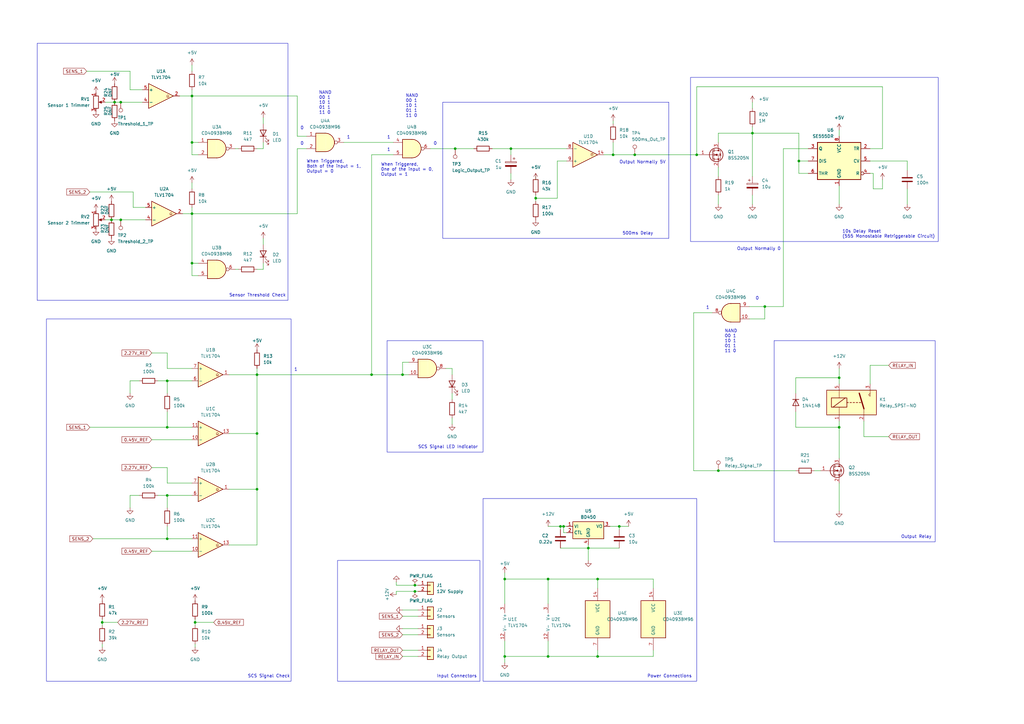
<source format=kicad_sch>
(kicad_sch (version 20250114) (generator "eeschema") (generator_version "9.0")
  (paper "A3")
  (title_block (title "BSPD") (date "2024-06-09") (rev "V4.0") (company "Manchester Stinger Motorsports"))
  (lib_symbols
    (symbol "74xx:74HC00" (pin_names (offset 1.016))
      (property "Reference" "U" (at 0 1.27 0))
      (property "Value" "74HC00" (at 0 -1.27 0))
      (symbol "74HC00_1_1"
        (pin input line (at -7.62 2.54 0) (length 3.81) (name "~") (number "1"))
        (pin input line (at -7.62 -2.54 0) (length 3.81) (name "~") (number "2"))
        (pin output inverted (at 7.62 0 180) (length 3.81) (name "~") (number "3"))
      )
      (symbol "74HC00_1_2"
        (pin input inverted (at -7.62 2.54 0) (length 4.318) (name "~") (number "1"))
        (pin input inverted (at -7.62 -2.54 0) (length 4.318) (name "~") (number "2"))
        (pin output line (at 7.62 0 180) (length 3.81) (name "~") (number "3"))
      )
      (symbol "74HC00_2_1"
        (pin input line (at -7.62 2.54 0) (length 3.81) (name "~") (number "4"))
        (pin input line (at -7.62 -2.54 0) (length 3.81) (name "~") (number "5"))
        (pin output inverted (at 7.62 0 180) (length 3.81) (name "~") (number "6"))
      )
      (symbol "74HC00_2_2"
        (pin input inverted (at -7.62 2.54 0) (length 4.318) (name "~") (number "4"))
        (pin input inverted (at -7.62 -2.54 0) (length 4.318) (name "~") (number "5"))
        (pin output line (at 7.62 0 180) (length 3.81) (name "~") (number "6"))
      )
      (symbol "74HC00_3_1"
        (pin input line (at -7.62 2.54 0) (length 3.81) (name "~") (number "9"))
        (pin input line (at -7.62 -2.54 0) (length 3.81) (name "~") (number "10"))
        (pin output inverted (at 7.62 0 180) (length 3.81) (name "~") (number "8"))
      )
      (symbol "74HC00_3_2"
        (pin input inverted (at -7.62 2.54 0) (length 4.318) (name "~") (number "9"))
        (pin input inverted (at -7.62 -2.54 0) (length 4.318) (name "~") (number "10"))
        (pin output line (at 7.62 0 180) (length 3.81) (name "~") (number "8"))
      )
      (symbol "74HC00_4_1"
        (pin input line (at -7.62 2.54 0) (length 3.81) (name "~") (number "12"))
        (pin input line (at -7.62 -2.54 0) (length 3.81) (name "~") (number "13"))
        (pin output inverted (at 7.62 0 180) (length 3.81) (name "~") (number "11"))
      )
      (symbol "74HC00_4_2"
        (pin input inverted (at -7.62 2.54 0) (length 4.318) (name "~") (number "12"))
        (pin input inverted (at -7.62 -2.54 0) (length 4.318) (name "~") (number "13"))
        (pin output line (at 7.62 0 180) (length 3.81) (name "~") (number "11"))
      )
      (symbol "74HC00_5_0"
        (pin power_in line (at 0 12.7 270) (length 5.08) (name "VCC") (number "14"))
        (pin power_in line (at 0 -12.7 90) (length 5.08) (name "GND") (number "7"))
      )
    )
    (symbol "Comparator:LM339" (pin_names (offset 0.127))
      (property "Reference" "U" (at 0 5.08 0))
      (property "Value" "LM339" (at 0 -5.08 0))
      (symbol "LM339_1_1"
        (pin input line (at -7.62 2.54 0) (length 2.54) (name "+") (number "5"))
        (pin input line (at -7.62 -2.54 0) (length 2.54) (name "-") (number "4"))
        (pin open_collector line (at 7.62 0 180) (length 2.54) (name "~") (number "2"))
      )
      (symbol "LM339_2_1"
        (pin input line (at -7.62 2.54 0) (length 2.54) (name "+") (number "7"))
        (pin input line (at -7.62 -2.54 0) (length 2.54) (name "-") (number "6"))
        (pin open_collector line (at 7.62 0 180) (length 2.54) (name "~") (number "1"))
      )
      (symbol "LM339_3_1"
        (pin input line (at -7.62 2.54 0) (length 2.54) (name "+") (number "11"))
        (pin input line (at -7.62 -2.54 0) (length 2.54) (name "-") (number "10"))
        (pin open_collector line (at 7.62 0 180) (length 2.54) (name "~") (number "13"))
      )
      (symbol "LM339_4_1"
        (pin input line (at -7.62 2.54 0) (length 2.54) (name "+") (number "9"))
        (pin input line (at -7.62 -2.54 0) (length 2.54) (name "-") (number "8"))
        (pin open_collector line (at 7.62 0 180) (length 2.54) (name "~") (number "14"))
      )
      (symbol "LM339_5_1"
        (pin power_in line (at -2.54 7.62 270) (length 3.81) (name "V+") (number "3"))
        (pin power_in line (at -2.54 -7.62 90) (length 3.81) (name "V-") (number "12"))
      )
    )
    (symbol "Connector:TestPoint" (pin_numbers (hide yes)) (pin_names (offset 0.762) (hide yes))
      (property "Reference" "TP" (at 0 6.858 0))
      (property "Value" "TestPoint" (at 0 5.08 0))
      (symbol "TestPoint_1_1"
        (pin passive line (at 0 0 90) (length 2.54) (name "1") (number "1"))
      )
    )
    (symbol "Connector_Generic:Conn_01x02" (pin_names (offset 1.016) (hide yes))
      (property "Reference" "J" (at 0 2.54 0))
      (property "Value" "Conn_01x02" (at 0 -5.08 0))
      (symbol "Conn_01x02_1_1"
        (pin passive line (at -5.08 0 0) (length 3.81) (name "Pin_1") (number "1"))
        (pin passive line (at -5.08 -2.54 0) (length 3.81) (name "Pin_2") (number "2"))
      )
    )
    (symbol "Custom_MSM:MOSFET_N-CH" (pin_names (offset 0) (hide yes))
      (property "Reference" "Q" (at 5.08 1.905 0))
      (property "Value" "BSS205N" (at 5.08 0 0))
      (symbol "MOSFET_N-CH_1_1"
        (pin input line (at -5.08 0 0) (length 2.54) (name "G") (number "1"))
        (pin passive line (at 2.54 5.08 270) (length 2.54) (name "D") (number "3"))
        (pin passive line (at 2.54 -5.08 90) (length 2.54) (name "S") (number "2"))
      )
    )
    (symbol "Custom_MSM:Regulator_Linear_5V"
      (property "Reference" "U" (at -6.35 6.35 0))
      (property "Value" "BD450" (at -6.35 3.81 0))
      (symbol "Regulator_Linear_5V_1_1"
        (pin power_in line (at -8.89 0 0) (length 2.54) (name "VI") (number "1"))
        (pin power_in line (at -8.89 -2.54 0) (length 2.54) (name "CTL") (number "2"))
        (pin power_in line (at 0 -7.62 90) (length 2.54) (name "GND") (number "4"))
        (pin power_out line (at 8.89 0 180) (length 2.54) (name "VO") (number "3"))
      )
    )
    (symbol "Device:C" (pin_numbers (hide yes)) (pin_names (offset 0.254))
      (property "Reference" "C" (at 0.635 2.54 0))
      (property "Value" "C" (at 0.635 -2.54 0))
      (symbol "C_1_1"
        (pin passive line (at 0 3.81 270) (length 2.794) (name "~") (number "1"))
        (pin passive line (at 0 -3.81 90) (length 2.794) (name "~") (number "2"))
      )
    )
    (symbol "Device:C_Polarized" (pin_numbers (hide yes)) (pin_names (offset 0.254))
      (property "Reference" "C" (at 0.635 2.54 0))
      (property "Value" "C_Polarized" (at 0.635 -2.54 0))
      (symbol "C_Polarized_1_1"
        (pin passive line (at 0 3.81 270) (length 2.794) (name "~") (number "1"))
        (pin passive line (at 0 -3.81 90) (length 2.794) (name "~") (number "2"))
      )
    )
    (symbol "Device:LED" (pin_numbers (hide yes)) (pin_names (offset 1.016) (hide yes))
      (property "Reference" "D" (at 0 2.54 0))
      (property "Value" "LED" (at 0 -2.54 0))
      (symbol "LED_1_1"
        (pin passive line (at -3.81 0 0) (length 2.54) (name "K") (number "1"))
        (pin passive line (at 3.81 0 180) (length 2.54) (name "A") (number "2"))
      )
    )
    (symbol "Device:R" (pin_numbers (hide yes)) (pin_names (offset 0))
      (property "Reference" "R" (at 2.032 0 90))
      (property "Value" "R" (at 0 0 90))
      (symbol "R_1_1"
        (pin passive line (at 0 3.81 270) (length 1.27) (name "~") (number "1"))
        (pin passive line (at 0 -3.81 90) (length 1.27) (name "~") (number "2"))
      )
    )
    (symbol "Device:R_Potentiometer" (pin_names (offset 1.016) (hide yes))
      (property "Reference" "RV" (at -4.445 0 90))
      (property "Value" "R_Potentiometer" (at -2.54 0 90))
      (symbol "R_Potentiometer_1_1"
        (pin passive line (at 0 3.81 270) (length 1.27) (name "1") (number "1"))
        (pin passive line (at 0 -3.81 90) (length 1.27) (name "3") (number "3"))
        (pin passive line (at 3.81 0 180) (length 1.27) (name "2") (number "2"))
      )
    )
    (symbol "Diode:1N4148" (pin_numbers (hide yes)) (pin_names (hide yes))
      (property "Reference" "D" (at 0 2.54 0))
      (property "Value" "1N4148" (at 0 -2.54 0))
      (symbol "1N4148_1_1"
        (pin passive line (at -3.81 0 0) (length 2.54) (name "K") (number "1"))
        (pin passive line (at 3.81 0 180) (length 2.54) (name "A") (number "2"))
      )
    )
    (symbol "Relay:Relay_SPST-NO"
      (property "Reference" "K1" (at 11.43 1.27 0))
      (property "Value" "Relay_SPST-NO" (at 11.43 -1.27 0))
      (symbol "Relay_SPST-NO_1_1"
        (pin passive line (at -5.08 7.62 270) (length 2.54) (name "~") (number "5"))
        (pin passive line (at -5.08 -7.62 90) (length 2.54) (name "~") (number "1"))
        (pin passive line (at 5.08 -7.62 90) (length 2.54) (name "~") (number "2"))
        (pin passive line (at 7.62 7.62 270) (length 2.54) (name "~") (number "3"))
      )
    )
    (symbol "Timer:LM555xN"
      (property "Reference" "U" (at -10.16 8.89 0))
      (property "Value" "LM555xN" (at 2.54 8.89 0))
      (symbol "LM555xN_0_0"
        (pin power_in line (at 0 10.16 270) (length 2.54) (name "VCC") (number "8"))
        (pin power_in line (at 0 -10.16 90) (length 2.54) (name "GND") (number "1"))
      )
      (symbol "LM555xN_1_1"
        (pin input line (at -12.7 5.08 0) (length 3.81) (name "TR") (number "2"))
        (pin input line (at -12.7 0 0) (length 3.81) (name "CV") (number "5"))
        (pin input inverted (at -12.7 -5.08 0) (length 3.81) (name "R") (number "4"))
        (pin output line (at 12.7 5.08 180) (length 3.81) (name "Q") (number "3"))
        (pin input line (at 12.7 0 180) (length 3.81) (name "DIS") (number "7"))
        (pin input line (at 12.7 -5.08 180) (length 3.81) (name "THR") (number "6"))
      )
    )
    (symbol "power:+12V" (power) (pin_names (offset 0))
      (property "Value" "+12V" (at 0 3.556 0))
      (symbol "+12V_1_1"
        (pin power_in line (at 0 0 90) (length 0) (hide yes) (name "+12V") (number "1"))
      )
    )
    (symbol "power:+5V" (power) (pin_names (offset 0))
      (property "Value" "+5V" (at 0 3.556 0))
      (symbol "+5V_1_1"
        (pin power_in line (at 0 0 90) (length 0) (hide yes) (name "+5V") (number "1"))
      )
    )
    (symbol "power:GND" (power) (pin_names (offset 0))
      (property "Value" "GND" (at 0 -3.81 0))
      (symbol "GND_1_1"
        (pin power_in line (at 0 0 270) (length 0) (hide yes) (name "GND") (number "1"))
      )
    )
    (symbol "power:PWR_FLAG" (power) (pin_numbers (hide yes)) (pin_names (offset 0) (hide yes))
      (property "Value" "PWR_FLAG" (at 0 3.81 0))
      (symbol "PWR_FLAG_0_0"
        (pin power_out line (at 0 0 90) (length 0) (name "pwr") (number "1"))
      )
    )
  )
  (rectangle (start 19.05 130.81) (end 119.38 279.4))
  (rectangle (start 138.43 229.87) (end 196.85 279.4))
  (rectangle (start 317.5 139.7) (end 383.54 222.25))
  (rectangle (start 283.21 31.75) (end 384.81 99.06))
  (rectangle (start 15.24 17.78) (end 118.11 123.19))
  (rectangle (start 198.12 204.47) (end 285.75 279.4))
  (rectangle (start 181.61 41.91) (end 274.32 97.79))
  (rectangle (start 158.75 139.7) (end 198.12 185.42))
  (text "SCS Signal Check" (at 101.6 278.13 0) (effects (font (size 1.27 1.27)) (justify left bottom)))
  (text "0" (at 177.8 59.69 0) (effects (font (size 1.27 1.27)) (justify left bottom)))
  (text "1" (at 142.24 57.15 0) (effects (font (size 1.27 1.27)) (justify left bottom)))
  (text "When Triggered, \nBoth of the input = 1, \nOutput = 0\n" (at 125.73 71.12 0) (effects (font (size 1.27 1.27)) (justify left bottom)))
  (text "500ms Delay" (at 255.27 96.52 0) (effects (font (size 1.27 1.27)) (justify left bottom)))
  (text "Output Relay" (at 369.57 220.98 0) (effects (font (size 1.27 1.27)) (justify left bottom)))
  (text "0" (at 123.19 59.69 0) (effects (font (size 1.27 1.27)) (justify left bottom)))
  (text "SCS Signal LED Indicator" (at 171.45 184.15 0) (effects (font (size 1.27 1.27)) (justify left bottom)))
  (text "1" (at 158.75 57.15 0) (effects (font (size 1.27 1.27)) (justify left bottom)))
  (text "Power Connections" (at 265.43 278.13 0) (effects (font (size 1.27 1.27)) (justify left bottom)))
  (text "NAND\n00 1\n10 1\n01 1\n11 0\n" (at 130.81 46.99 0) (effects (font (size 1.27 1.27)) (justify left bottom)))
  (text "Sensor Threshold Check" (at 93.98 121.92 0) (effects (font (size 1.27 1.27)) (justify left bottom)))
  (text "0" (at 309.88 123.19 0) (effects (font (size 1.27 1.27)) (justify left bottom)))
  (text "NAND\n00 1\n10 1\n01 1\n11 0\n" (at 297.18 144.78 0) (effects (font (size 1.27 1.27)) (justify left bottom)))
  (text "1" (at 120.65 152.4 0) (effects (font (size 1.27 1.27)) (justify left bottom)))
  (text "Output Normally 5V" (at 254 67.31 0) (effects (font (size 1.27 1.27)) (justify left bottom)))
  (text "Input Connectors\n" (at 179.07 278.13 0) (effects (font (size 1.27 1.27)) (justify left bottom)))
  (text "When Triggered, \n0ne of the input = 0, \nOutput = 1\n" (at 156.21 72.39 0) (effects (font (size 1.27 1.27)) (justify left bottom)))
  (text "10s Delay Reset\n(555 Monostable Retriggerable Circuit)" (at 345.44 97.79 0) (effects (font (size 1.27 1.27)) (justify left bottom)))
  (text "Output Normally 0" (at 302.26 102.87 0) (effects (font (size 1.27 1.27)) (justify left bottom)))
  (text "1" (at 289.56 127 0) (effects (font (size 1.27 1.27)) (justify left bottom)))
  (text "NAND\n00 1\n10 1\n01 1\n11 0\n" (at 166.37 48.26 0) (effects (font (size 1.27 1.27)) (justify left bottom)))
  (text "1" (at 158.75 62.23 0) (effects (font (size 1.27 1.27)) (justify left bottom)))
  (text "0" (at 123.19 53.34 0) (effects (font (size 1.27 1.27)) (justify left bottom)))
  (junction (at 294.64 193.04))
  (junction (at 245.11 269.24))
  (junction (at 219.71 81.28))
  (junction (at 170.18 240.03))
  (junction (at 209.55 60.96))
  (junction (at 186.69 60.96))
  (junction (at 344.17 175.26))
  (junction (at 245.11 237.49))
  (junction (at 78.74 39.37))
  (junction (at 105.41 153.67))
  (junction (at 327.66 66.04))
  (junction (at 105.41 200.66))
  (junction (at 78.74 87.63))
  (junction (at 68.58 175.26))
  (junction (at 68.58 156.21))
  (junction (at 207.01 269.24))
  (junction (at 224.79 269.24))
  (junction (at 78.74 58.42))
  (junction (at 41.91 255.27))
  (junction (at 207.01 237.49))
  (junction (at 251.46 63.5))
  (junction (at 78.74 107.95))
  (junction (at 45.72 90.17))
  (junction (at 308.61 54.61))
  (junction (at 68.58 220.98))
  (junction (at 229.87 215.9))
  (junction (at 231.14 215.9))
  (junction (at 313.69 125.73))
  (junction (at 224.79 237.49))
  (junction (at 46.99 41.91))
  (junction (at 165.1 153.67))
  (junction (at 49.53 41.91))
  (junction (at 80.01 255.27))
  (junction (at 152.4 153.67))
  (junction (at 254 215.9))
  (junction (at 260.35 63.5))
  (junction (at 49.53 90.17))
  (junction (at 170.18 242.57))
  (junction (at 241.3 224.79))
  (junction (at 285.75 63.5))
  (junction (at 344.17 154.94))
  (junction (at 68.58 203.2))
  (junction (at 105.41 177.8))
  (wire (pts (xy 358.14 71.12) (xy 356.87 71.12)))
  (wire (pts (xy 228.6 66.04) (xy 232.41 66.04)))
  (wire (pts (xy 68.58 191.77) (xy 62.23 191.77)))
  (wire (pts (xy 105.41 60.96) (xy 107.95 60.96)))
  (wire (pts (xy 308.61 54.61) (xy 308.61 72.39)))
  (wire (pts (xy 260.35 63.5) (xy 285.75 63.5)))
  (wire (pts (xy 285.75 35.56) (xy 285.75 63.5)))
  (wire (pts (xy 209.55 63.5) (xy 209.55 60.96)))
  (wire (pts (xy 207.01 269.24) (xy 207.01 262.89)))
  (wire (pts (xy 294.64 193.04) (xy 326.39 193.04)))
  (wire (pts (xy 185.42 151.13) (xy 185.42 153.67)))
  (wire (pts (xy 68.58 220.98) (xy 78.74 220.98)))
  (wire (pts (xy 121.92 55.88) (xy 125.73 55.88)))
  (wire (pts (xy 93.98 153.67) (xy 105.41 153.67)))
  (wire (pts (xy 78.74 39.37) (xy 78.74 58.42)))
  (wire (pts (xy 78.74 156.21) (xy 68.58 156.21)))
  (wire (pts (xy 78.74 74.93) (xy 78.74 77.47)))
  (wire (pts (xy 167.64 148.59) (xy 165.1 148.59)))
  (wire (pts (xy 326.39 168.91) (xy 326.39 175.26)))
  (wire (pts (xy 93.98 223.52) (xy 105.41 223.52)))
  (wire (pts (xy 313.69 125.73) (xy 313.69 130.81)))
  (wire (pts (xy 229.87 215.9) (xy 231.14 215.9)))
  (wire (pts (xy 358.14 77.47) (xy 358.14 71.12)))
  (wire (pts (xy 209.55 71.12) (xy 209.55 73.66)))
  (wire (pts (xy 245.11 237.49) (xy 245.11 241.3)))
  (wire (pts (xy 284.48 128.27) (xy 284.48 193.04)))
  (wire (pts (xy 344.17 55.88) (xy 344.17 53.34)))
  (wire (pts (xy 372.11 83.82) (xy 372.11 77.47)))
  (wire (pts (xy 68.58 198.12) (xy 78.74 198.12)))
  (wire (pts (xy 356.87 60.96) (xy 361.95 60.96)))
  (wire (pts (xy 327.66 66.04) (xy 331.47 66.04)))
  (wire (pts (xy 68.58 151.13) (xy 78.74 151.13)))
  (wire (pts (xy 74.93 87.63) (xy 78.74 87.63)))
  (wire (pts (xy 54.61 78.74) (xy 36.83 78.74)))
  (wire (pts (xy 285.75 63.5) (xy 287.02 63.5)))
  (wire (pts (xy 229.87 224.79) (xy 241.3 224.79)))
  (wire (pts (xy 170.18 242.57) (xy 171.45 242.57)))
  (wire (pts (xy 78.74 87.63) (xy 121.92 87.63)))
  (wire (pts (xy 78.74 39.37) (xy 78.74 36.83)))
  (wire (pts (xy 105.41 153.67) (xy 105.41 177.8)))
  (wire (pts (xy 62.23 180.34) (xy 78.74 180.34)))
  (wire (pts (xy 334.01 193.04) (xy 336.55 193.04)))
  (wire (pts (xy 185.42 163.83) (xy 185.42 161.29)))
  (wire (pts (xy 326.39 175.26) (xy 344.17 175.26)))
  (wire (pts (xy 284.48 193.04) (xy 294.64 193.04)))
  (wire (pts (xy 41.91 255.27) (xy 48.26 255.27)))
  (wire (pts (xy 331.47 71.12) (xy 327.66 71.12)))
  (wire (pts (xy 245.11 237.49) (xy 267.97 237.49)))
  (wire (pts (xy 219.71 80.01) (xy 219.71 81.28)))
  (wire (pts (xy 53.34 203.2) (xy 57.15 203.2)))
  (wire (pts (xy 107.95 60.96) (xy 107.95 58.42)))
  (wire (pts (xy 49.53 90.17) (xy 59.69 90.17)))
  (wire (pts (xy 294.64 58.42) (xy 294.64 54.61)))
  (wire (pts (xy 308.61 54.61) (xy 327.66 54.61)))
  (wire (pts (xy 78.74 58.42) (xy 78.74 63.5)))
  (wire (pts (xy 80.01 265.43) (xy 80.01 264.16)))
  (wire (pts (xy 68.58 208.28) (xy 68.58 203.2)))
  (wire (pts (xy 53.34 36.83) (xy 58.42 36.83)))
  (wire (pts (xy 107.95 48.26) (xy 107.95 50.8)))
  (wire (pts (xy 254 224.79) (xy 241.3 224.79)))
  (wire (pts (xy 308.61 41.91) (xy 308.61 44.45)))
  (wire (pts (xy 152.4 153.67) (xy 165.1 153.67)))
  (wire (pts (xy 68.58 156.21) (xy 64.77 156.21)))
  (wire (pts (xy 207.01 237.49) (xy 207.01 234.95)))
  (wire (pts (xy 186.69 60.96) (xy 194.31 60.96)))
  (wire (pts (xy 93.98 177.8) (xy 105.41 177.8)))
  (wire (pts (xy 344.17 175.26) (xy 344.17 187.96)))
  (wire (pts (xy 219.71 81.28) (xy 219.71 82.55)))
  (wire (pts (xy 247.65 63.5) (xy 251.46 63.5)))
  (wire (pts (xy 165.1 153.67) (xy 167.64 153.67)))
  (wire (pts (xy 224.79 262.89) (xy 224.79 269.24)))
  (wire (pts (xy 105.41 151.13) (xy 105.41 153.67)))
  (wire (pts (xy 209.55 60.96) (xy 232.41 60.96)))
  (wire (pts (xy 171.45 240.03) (xy 170.18 240.03)))
  (wire (pts (xy 326.39 154.94) (xy 344.17 154.94)))
  (wire (pts (xy 294.64 80.01) (xy 294.64 83.82)))
  (wire (pts (xy 152.4 63.5) (xy 152.4 153.67)))
  (wire (pts (xy 219.71 81.28) (xy 228.6 81.28)))
  (wire (pts (xy 121.92 39.37) (xy 121.92 55.88)))
  (wire (pts (xy 152.4 63.5) (xy 161.29 63.5)))
  (wire (pts (xy 284.48 128.27) (xy 292.1 128.27)))
  (wire (pts (xy 105.41 200.66) (xy 105.41 177.8)))
  (wire (pts (xy 121.92 60.96) (xy 125.73 60.96)))
  (wire (pts (xy 308.61 80.01) (xy 308.61 83.82)))
  (wire (pts (xy 41.91 254) (xy 41.91 255.27)))
  (wire (pts (xy 93.98 200.66) (xy 105.41 200.66)))
  (wire (pts (xy 62.23 226.06) (xy 78.74 226.06)))
  (wire (pts (xy 327.66 71.12) (xy 327.66 66.04)))
  (wire (pts (xy 267.97 237.49) (xy 267.97 241.3)))
  (wire (pts (xy 54.61 85.09) (xy 54.61 78.74)))
  (wire (pts (xy 321.31 60.96) (xy 331.47 60.96)))
  (wire (pts (xy 78.74 39.37) (xy 121.92 39.37)))
  (wire (pts (xy 176.53 60.96) (xy 186.69 60.96)))
  (wire (pts (xy 68.58 168.91) (xy 68.58 175.26)))
  (wire (pts (xy 245.11 269.24) (xy 245.11 266.7)))
  (wire (pts (xy 308.61 52.07) (xy 308.61 54.61)))
  (wire (pts (xy 96.52 110.49) (xy 97.79 110.49)))
  (wire (pts (xy 140.97 58.42) (xy 161.29 58.42)))
  (wire (pts (xy 68.58 156.21) (xy 68.58 161.29)))
  (wire (pts (xy 81.28 63.5) (xy 78.74 63.5)))
  (wire (pts (xy 105.41 223.52) (xy 105.41 200.66)))
  (wire (pts (xy 162.56 242.57) (xy 170.18 242.57)))
  (wire (pts (xy 361.95 77.47) (xy 358.14 77.47)))
  (wire (pts (xy 53.34 29.21) (xy 53.34 36.83)))
  (wire (pts (xy 267.97 269.24) (xy 267.97 266.7)))
  (wire (pts (xy 307.34 130.81) (xy 313.69 130.81)))
  (wire (pts (xy 182.88 151.13) (xy 185.42 151.13)))
  (wire (pts (xy 361.95 35.56) (xy 285.75 35.56)))
  (wire (pts (xy 307.34 125.73) (xy 313.69 125.73)))
  (wire (pts (xy 78.74 26.67) (xy 78.74 29.21)))
  (wire (pts (xy 245.11 269.24) (xy 267.97 269.24)))
  (wire (pts (xy 53.34 156.21) (xy 57.15 156.21)))
  (wire (pts (xy 107.95 110.49) (xy 107.95 107.95)))
  (wire (pts (xy 231.14 215.9) (xy 232.41 215.9)))
  (wire (pts (xy 372.11 69.85) (xy 372.11 66.04)))
  (wire (pts (xy 80.01 255.27) (xy 80.01 256.54)))
  (wire (pts (xy 53.34 156.21) (xy 53.34 161.29)))
  (wire (pts (xy 49.53 41.91) (xy 58.42 41.91)))
  (wire (pts (xy 78.74 58.42) (xy 81.28 58.42)))
  (wire (pts (xy 38.1 220.98) (xy 68.58 220.98)))
  (wire (pts (xy 165.1 148.59) (xy 165.1 153.67)))
  (wire (pts (xy 224.79 269.24) (xy 245.11 269.24)))
  (wire (pts (xy 326.39 161.29) (xy 326.39 154.94)))
  (wire (pts (xy 254 215.9) (xy 254 217.17)))
  (wire (pts (xy 321.31 60.96) (xy 321.31 125.73)))
  (wire (pts (xy 344.17 172.72) (xy 344.17 175.26)))
  (wire (pts (xy 68.58 198.12) (xy 68.58 191.77)))
  (wire (pts (xy 78.74 107.95) (xy 81.28 107.95)))
  (wire (pts (xy 321.31 125.73) (xy 313.69 125.73)))
  (wire (pts (xy 344.17 83.82) (xy 344.17 76.2)))
  (wire (pts (xy 81.28 113.03) (xy 78.74 113.03)))
  (wire (pts (xy 165.1 266.7) (xy 171.45 266.7)))
  (wire (pts (xy 224.79 215.9) (xy 229.87 215.9)))
  (wire (pts (xy 251.46 63.5) (xy 251.46 58.42)))
  (wire (pts (xy 207.01 237.49) (xy 224.79 237.49)))
  (wire (pts (xy 78.74 107.95) (xy 78.74 113.03)))
  (wire (pts (xy 354.33 179.07) (xy 364.49 179.07)))
  (wire (pts (xy 356.87 149.86) (xy 356.87 157.48)))
  (wire (pts (xy 207.01 269.24) (xy 207.01 271.78)))
  (wire (pts (xy 241.3 223.52) (xy 241.3 224.79)))
  (wire (pts (xy 35.56 29.21) (xy 53.34 29.21)))
  (wire (pts (xy 68.58 151.13) (xy 68.58 144.78)))
  (wire (pts (xy 327.66 54.61) (xy 327.66 66.04)))
  (wire (pts (xy 43.18 41.91) (xy 46.99 41.91)))
  (wire (pts (xy 53.34 208.28) (xy 53.34 203.2)))
  (wire (pts (xy 78.74 87.63) (xy 78.74 107.95)))
  (wire (pts (xy 80.01 254) (xy 80.01 255.27)))
  (wire (pts (xy 250.19 215.9) (xy 254 215.9)))
  (wire (pts (xy 43.18 90.17) (xy 45.72 90.17)))
  (wire (pts (xy 344.17 151.13) (xy 344.17 154.94)))
  (wire (pts (xy 294.64 54.61) (xy 308.61 54.61)))
  (wire (pts (xy 361.95 73.66) (xy 361.95 77.47)))
  (wire (pts (xy 162.56 243.84) (xy 162.56 242.57)))
  (wire (pts (xy 165.1 260.35) (xy 171.45 260.35)))
  (wire (pts (xy 68.58 175.26) (xy 78.74 175.26)))
  (wire (pts (xy 105.41 110.49) (xy 107.95 110.49)))
  (wire (pts (xy 68.58 203.2) (xy 64.77 203.2)))
  (wire (pts (xy 294.64 68.58) (xy 294.64 72.39)))
  (wire (pts (xy 228.6 66.04) (xy 228.6 81.28)))
  (wire (pts (xy 41.91 265.43) (xy 41.91 264.16)))
  (wire (pts (xy 361.95 60.96) (xy 361.95 35.56)))
  (wire (pts (xy 254 215.9) (xy 257.81 215.9)))
  (wire (pts (xy 219.71 72.39) (xy 219.71 73.66)))
  (wire (pts (xy 54.61 85.09) (xy 59.69 85.09)))
  (wire (pts (xy 207.01 237.49) (xy 207.01 247.65)))
  (wire (pts (xy 96.52 60.96) (xy 97.79 60.96)))
  (wire (pts (xy 231.14 218.44) (xy 231.14 215.9)))
  (wire (pts (xy 251.46 63.5) (xy 260.35 63.5)))
  (wire (pts (xy 344.17 154.94) (xy 344.17 157.48)))
  (wire (pts (xy 165.1 257.81) (xy 171.45 257.81)))
  (wire (pts (xy 232.41 218.44) (xy 231.14 218.44)))
  (wire (pts (xy 251.46 50.8) (xy 251.46 49.53)))
  (wire (pts (xy 165.1 252.73) (xy 171.45 252.73)))
  (wire (pts (xy 344.17 198.12) (xy 344.17 209.55)))
  (wire (pts (xy 224.79 269.24) (xy 207.01 269.24)))
  (wire (pts (xy 80.01 255.27) (xy 87.63 255.27)))
  (wire (pts (xy 121.92 87.63) (xy 121.92 60.96)))
  (wire (pts (xy 224.79 237.49) (xy 245.11 237.49)))
  (wire (pts (xy 41.91 255.27) (xy 41.91 256.54)))
  (wire (pts (xy 224.79 237.49) (xy 224.79 247.65)))
  (wire (pts (xy 165.1 250.19) (xy 171.45 250.19)))
  (wire (pts (xy 229.87 215.9) (xy 229.87 217.17)))
  (wire (pts (xy 46.99 41.91) (xy 49.53 41.91)))
  (wire (pts (xy 105.41 153.67) (xy 152.4 153.67)))
  (wire (pts (xy 73.66 39.37) (xy 78.74 39.37)))
  (wire (pts (xy 171.45 269.24) (xy 165.1 269.24)))
  (wire (pts (xy 68.58 215.9) (xy 68.58 220.98)))
  (wire (pts (xy 162.56 240.03) (xy 170.18 240.03)))
  (wire (pts (xy 364.49 149.86) (xy 356.87 149.86)))
  (wire (pts (xy 78.74 203.2) (xy 68.58 203.2)))
  (wire (pts (xy 354.33 172.72) (xy 354.33 179.07)))
  (wire (pts (xy 201.93 60.96) (xy 209.55 60.96)))
  (wire (pts (xy 185.42 173.99) (xy 185.42 171.45)))
  (wire (pts (xy 68.58 144.78) (xy 62.23 144.78)))
  (wire (pts (xy 78.74 85.09) (xy 78.74 87.63)))
  (wire (pts (xy 45.72 90.17) (xy 49.53 90.17)))
  (wire (pts (xy 36.83 175.26) (xy 68.58 175.26)))
  (wire (pts (xy 162.56 238.76) (xy 162.56 240.03)))
  (wire (pts (xy 241.3 224.79) (xy 241.3 229.87)))
  (wire (pts (xy 107.95 97.79) (xy 107.95 100.33)))
  (wire (pts (xy 372.11 66.04) (xy 356.87 66.04)))
  (global_label "0.45V_REF" (shape input) (at 87.63 255.27 0) (property "Intersheetrefs" "${INTERSHEET_REFS}" (effects (hide yes))))
  (global_label "SENS_1" (shape input) (at 36.83 175.26 180) (property "Intersheetrefs" "${INTERSHEET_REFS}" (effects (hide yes))))
  (global_label "2.27V_REF" (shape input) (at 48.26 255.27 0) (property "Intersheetrefs" "${INTERSHEET_REFS}" (effects (hide yes))))
  (global_label "SENS_1" (shape input) (at 165.1 252.73 180) (property "Intersheetrefs" "${INTERSHEET_REFS}" (effects (hide yes))))
  (global_label "2.27V_REF" (shape input) (at 62.23 191.77 180) (property "Intersheetrefs" "${INTERSHEET_REFS}" (effects (hide yes))))
  (global_label "RELAY_IN" (shape input) (at 364.49 149.86 0) (property "Intersheetrefs" "${INTERSHEET_REFS}" (effects (hide yes))))
  (global_label "SENS_2" (shape input) (at 36.83 78.74 180) (property "Intersheetrefs" "${INTERSHEET_REFS}" (effects (hide yes))))
  (global_label "0.45V_REF" (shape input) (at 62.23 180.34 180) (property "Intersheetrefs" "${INTERSHEET_REFS}" (effects (hide yes))))
  (global_label "RELAY_IN" (shape input) (at 165.1 269.24 180) (property "Intersheetrefs" "${INTERSHEET_REFS}" (effects (hide yes))))
  (global_label "2.27V_REF" (shape input) (at 62.23 144.78 180) (property "Intersheetrefs" "${INTERSHEET_REFS}" (effects (hide yes))))
  (global_label "SENS_2" (shape input) (at 38.1 220.98 180) (property "Intersheetrefs" "${INTERSHEET_REFS}" (effects (hide yes))))
  (global_label "SENS_2" (shape input) (at 165.1 260.35 180) (property "Intersheetrefs" "${INTERSHEET_REFS}" (effects (hide yes))))
  (global_label "RELAY_OUT" (shape input) (at 364.49 179.07 0) (property "Intersheetrefs" "${INTERSHEET_REFS}" (effects (hide yes))))
  (global_label "0.45V_REF" (shape input) (at 62.23 226.06 180) (property "Intersheetrefs" "${INTERSHEET_REFS}" (effects (hide yes))))
  (global_label "RELAY_OUT" (shape input) (at 165.1 266.7 180) (property "Intersheetrefs" "${INTERSHEET_REFS}" (effects (hide yes))))
  (global_label "SENS_1" (shape input) (at 35.56 29.21 180) (property "Intersheetrefs" "${INTERSHEET_REFS}" (effects (hide yes))))
  (symbol (lib_id "Connector:TestPoint") (at 49.53 41.91 180) (unit 1)
    (property "Reference" "TP1" (at 48.26 48.26 0) (effects (justify right)))
    (property "Value" "Threshold_1_TP" (at 48.26 50.8 0) (effects (justify right)))
    (property "Footprint" "TestPoint:TestPoint_Pad_2.0x2.0mm" (effects (hide yes)))
  )
  (symbol (lib_id "Device:R") (at 45.72 86.36 180) (unit 1)
    (property "Reference" "R22" (at 42.164 86.106 90))
    (property "Value" "DNF" (at 43.942 86.106 90))
    (property "Footprint" "Resistor_SMD:R_0603_1608Metric" (effects (hide yes)))
    (property "Description" "Resistor" (effects (hide yes)))
  )
  (symbol (lib_id "Comparator:LM339") (at 86.36 223.52 0) (unit 3)
    (property "Reference" "U2" (at 86.36 213.36 0))
    (property "Value" "TLV1704" (at 86.36 215.9 0))
    (property "Footprint" "CustomFootprints:PW14_TEX" (effects (hide yes)))
    (property "Datasheet" "https://www.st.com/resource/en/datasheet/lm139.pdf" (effects (hide yes)))
  )
  (symbol (lib_id "Custom_MSM:Regulator_Linear_5V") (at 241.3 215.9 0) (unit 1)
    (property "Reference" "U5" (at 241.3 209.55 0))
    (property "Value" "BD450" (at 241.3 212.09 0))
    (property "Footprint" "Custom_MSM:Regulator_Linear_SOT-223-4" (effects (hide yes)))
    (property "Datasheet" "https://fscdn.rohm.com/en/products/databook/datasheet/ic/power/linear_regulator/bd4xxm2-c-e.pdf" (effects (hide yes)))
    (property "Description" "MSM standard 4-pin 5V linear regulator" (effects (hide yes)))
    (property "MFN" "Rohm Semiconductor" (effects (hide yes)))
    (property "MFP" "BD450M2WFP3-CE2" (effects (hide yes)))
    (property "S1PN" "755-BD450M2WFP3-CE2" (effects (hide yes)))
    (property "S1PL" "https://mou.sr/4omWtuB" (effects (hide yes)))
    (property "S2PN" "BD450M2WFP3-CE2CT-ND" (effects (hide yes)))
    (property "S2PL" "https://www.digikey.co.uk/short/7jvpmww4" (effects (hide yes)))
  )
  (symbol (lib_id "Device:R") (at 219.71 76.2 0) (unit 1)
    (property "Reference" "R16" (at 222.25 74.93 0) (effects (justify left)))
    (property "Value" "43k" (at 222.25 77.47 0) (effects (justify left)))
    (property "Footprint" "Resistor_SMD:R_0603_1608Metric" (effects (hide yes)))
  )
  (symbol (lib_id "Device:R_Potentiometer") (at 39.37 41.91 0) (unit 1)
    (property "Reference" "RV1" (at 36.83 40.64 0) (effects (justify right)))
    (property "Value" "Sensor 1 Trimmer" (at 36.83 43.18 0) (effects (justify right)))
    (property "Footprint" "Custom_MSM:Bourns_3314G-1" (effects (hide yes)))
  )
  (symbol (lib_id "power:+12V") (at 162.56 243.84 90) (unit 1)
    (property "Reference" "#PWR043" (effects (hide yes)))
    (property "Value" "+12V" (at 158.75 243.84 0))
  )
  (symbol (lib_id "Connector_Generic:Conn_01x02") (at 176.53 240.03 0) (unit 1)
    (property "Reference" "J1" (at 179.07 240.03 0) (effects (justify left)))
    (property "Value" "12V Supply" (at 179.07 242.57 0) (effects (justify left)))
    (property "Footprint" "Connector_JST:JST_XA_S02B-XASK-1_1x02_P2.50mm_Horizontal" (effects (hide yes)))
  )
  (symbol (lib_id "74xx:74HC00") (at 245.11 254 0) (mirror y) (unit 5)
    (property "Reference" "U4" (at 255.27 251.46 0))
    (property "Value" "CD4093BM96" (at 255.27 254 0))
    (property "Footprint" "customFootprints:SOIC127P600X175-14N" (effects (hide yes)))
    (property "Datasheet" "http://www.ti.com/lit/gpn/sn74hc00" (effects (hide yes)))
  )
  (symbol (lib_id "Device:R") (at 60.96 156.21 90) (unit 1)
    (property "Reference" "R3" (at 60.96 149.86 90))
    (property "Value" "100k" (at 60.96 152.4 90))
    (property "Footprint" "Resistor_SMD:R_0603_1608Metric" (effects (hide yes)))
  )
  (symbol (lib_id "Comparator:LM339") (at 209.55 255.27 0) (unit 5)
    (property "Reference" "U1" (at 208.28 254 0) (effects (justify left)))
    (property "Value" "TLV1704" (at 208.28 256.54 0) (effects (justify left)))
    (property "Footprint" "CustomFootprints:PW14_TEX" (effects (hide yes)))
    (property "Datasheet" "https://www.st.com/resource/en/datasheet/lm139.pdf" (effects (hide yes)))
  )
  (symbol (lib_id "power:+5V") (at 78.74 74.93 0) (unit 1)
    (property "Reference" "#PWR010" (effects (hide yes)))
    (property "Value" "+5V" (at 78.74 69.85 0))
  )
  (symbol (lib_id "74xx:74HC00") (at 175.26 151.13 0) (unit 3)
    (property "Reference" "U3" (at 175.2517 142.24 0))
    (property "Value" "CD4093BM96" (at 175.2517 144.78 0))
    (property "Footprint" "customFootprints:SOIC127P600X175-14N" (effects (hide yes)))
    (property "Datasheet" "http://www.ti.com/lit/gpn/sn74hc00" (effects (hide yes)))
  )
  (symbol (lib_id "Connector_Generic:Conn_01x02") (at 176.53 250.19 0) (unit 1)
    (property "Reference" "J2" (at 179.07 250.19 0) (effects (justify left)))
    (property "Value" "Sensors" (at 179.07 252.73 0) (effects (justify left)))
    (property "Footprint" "Connector_JST:JST_XA_S02B-XASK-1_1x02_P2.50mm_Horizontal" (effects (hide yes)))
  )
  (symbol (lib_id "Device:R") (at 45.72 93.98 180) (unit 1)
    (property "Reference" "R23" (at 42.164 93.726 90))
    (property "Value" "DNF" (at 43.942 93.726 90))
    (property "Footprint" "Resistor_SMD:R_0603_1608Metric" (effects (hide yes)))
    (property "Description" "Resistor" (effects (hide yes)))
  )
  (symbol (lib_id "Device:C") (at 229.87 220.98 0) (unit 1)
    (property "Reference" "C2" (at 222.25 219.71 0) (effects (justify left)))
    (property "Value" "0.22u" (at 220.98 222.25 0) (effects (justify left)))
    (property "Footprint" "Capacitor_SMD:C_0603_1608Metric" (effects (hide yes)))
  )
  (symbol (lib_id "power:GND") (at 53.34 161.29 0) (unit 1)
    (property "Reference" "#PWR07" (effects (hide yes)))
    (property "Value" "GND" (at 53.34 166.37 0))
  )
  (symbol (lib_id "Device:R") (at 101.6 110.49 90) (unit 1)
    (property "Reference" "R12" (at 101.6 104.14 90))
    (property "Value" "4k7" (at 101.6 106.68 90))
    (property "Footprint" "Resistor_SMD:R_0603_1608Metric" (effects (hide yes)))
  )
  (symbol (lib_id "Device:C") (at 372.11 73.66 0) (mirror y) (unit 1)
    (property "Reference" "C5" (at 375.92 72.39 0) (effects (justify right)))
    (property "Value" "100n" (at 375.92 74.93 0) (effects (justify right)))
    (property "Footprint" "Capacitor_SMD:C_0603_1608Metric" (effects (hide yes)))
  )
  (symbol (lib_id "power:GND") (at 165.1 250.19 270) (unit 1)
    (property "Reference" "#PWR041" (effects (hide yes)))
    (property "Value" "GND" (effects (hide yes)))
  )
  (symbol (lib_id "power:+5V") (at 251.46 49.53 0) (unit 1)
    (property "Reference" "#PWR026" (effects (hide yes)))
    (property "Value" "+5V" (at 251.46 44.45 0))
  )
  (symbol (lib_id "Device:R") (at 41.91 260.35 0) (unit 1)
    (property "Reference" "R2" (at 44.45 259.08 0) (effects (justify left)))
    (property "Value" "39k" (at 44.45 261.62 0) (effects (justify left)))
    (property "Footprint" "Resistor_SMD:R_0603_1608Metric" (effects (hide yes)))
  )
  (symbol (lib_id "Comparator:LM339") (at 86.36 153.67 0) (unit 2)
    (property "Reference" "U1" (at 86.36 143.51 0))
    (property "Value" "TLV1704" (at 86.36 146.05 0))
    (property "Footprint" "CustomFootprints:PW14_TEX" (effects (hide yes)))
    (property "Datasheet" "https://www.st.com/resource/en/datasheet/lm139.pdf" (effects (hide yes)))
  )
  (symbol (lib_id "power:+5V") (at 219.71 73.66 0) (unit 1)
    (property "Reference" "#PWR022" (effects (hide yes)))
    (property "Value" "+5V" (at 219.71 68.58 0))
  )
  (symbol (lib_id "power:GND") (at 39.37 45.72 0) (unit 1)
    (property "Reference" "#PWR02" (effects (hide yes)))
    (property "Value" "GND" (at 39.37 50.8 0))
  )
  (symbol (lib_id "Connector:TestPoint") (at 49.53 90.17 180) (unit 1)
    (property "Reference" "TP2" (at 48.26 96.52 0) (effects (justify right)))
    (property "Value" "Threshold_2_TP" (at 48.26 99.06 0) (effects (justify right)))
    (property "Footprint" "TestPoint:TestPoint_Pad_2.0x2.0mm" (effects (hide yes)))
  )
  (symbol (lib_id "power:+5V") (at 41.91 246.38 0) (unit 1)
    (property "Reference" "#PWR05" (effects (hide yes)))
    (property "Value" "+5V" (at 41.91 241.3 0))
  )
  (symbol (lib_id "power:GND") (at 344.17 209.55 0) (unit 1)
    (property "Reference" "#PWR034" (effects (hide yes)))
    (property "Value" "GND" (at 344.17 214.63 0))
  )
  (symbol (lib_id "Relay:Relay_SPST-NO") (at 349.25 165.1 0) (unit 1)
    (property "Reference" "K1" (at 360.68 163.83 0) (effects (justify left)))
    (property "Value" "Relay_SPST-NO" (at 360.68 166.37 0) (effects (justify left)))
    (property "Footprint" "CustomFootprints:RELAY_G6RN-1_OMR" (effects (hide yes)))
  )
  (symbol (lib_id "Comparator:LM339") (at 66.04 39.37 0) (unit 1)
    (property "Reference" "U1" (at 66.04 29.21 0))
    (property "Value" "TLV1704" (at 66.04 31.75 0))
    (property "Footprint" "CustomFootprints:PW14_TEX" (effects (hide yes)))
    (property "Datasheet" "https://www.st.com/resource/en/datasheet/lm139.pdf" (effects (hide yes)))
  )
  (symbol (lib_id "Device:R") (at 68.58 212.09 0) (unit 1)
    (property "Reference" "R6" (at 71.12 210.82 0) (effects (justify left)))
    (property "Value" "100k" (at 71.12 213.36 0) (effects (justify left)))
    (property "Footprint" "Resistor_SMD:R_0603_1608Metric" (effects (hide yes)))
  )
  (symbol (lib_id "Device:R") (at 68.58 165.1 0) (unit 1)
    (property "Reference" "R5" (at 71.12 163.83 0) (effects (justify left)))
    (property "Value" "100k" (at 71.12 166.37 0) (effects (justify left)))
    (property "Footprint" "Resistor_SMD:R_0603_1608Metric" (effects (hide yes)))
  )
  (symbol (lib_id "Comparator:LM339") (at 86.36 200.66 0) (unit 2)
    (property "Reference" "U2" (at 86.36 190.5 0))
    (property "Value" "TLV1704" (at 86.36 193.04 0))
    (property "Footprint" "CustomFootprints:PW14_TEX" (effects (hide yes)))
    (property "Datasheet" "https://www.st.com/resource/en/datasheet/lm139.pdf" (effects (hide yes)))
  )
  (symbol (lib_id "power:PWR_FLAG") (at 170.18 240.03 0) (unit 1)
    (property "Reference" "#FLG01" (effects (hide yes)))
    (property "Value" "PWR_FLAG" (at 172.72 236.22 0))
  )
  (symbol (lib_id "power:GND") (at 46.99 49.53 0) (unit 1)
    (property "Reference" "#PWR040" (effects (hide yes)))
    (property "Value" "GND" (at 46.99 54.61 0))
  )
  (symbol (lib_id "power:+5V") (at 361.95 73.66 0) (mirror y) (unit 1)
    (property "Reference" "#PWR035" (effects (hide yes)))
    (property "Value" "+5V" (at 361.95 68.58 0))
  )
  (symbol (lib_id "power:GND") (at 209.55 73.66 0) (mirror y) (unit 1)
    (property "Reference" "#PWR021" (effects (hide yes)))
    (property "Value" "GND" (at 209.55 78.74 0))
  )
  (symbol (lib_id "Device:R") (at 219.71 86.36 0) (unit 1)
    (property "Reference" "R17" (at 222.25 85.09 0) (effects (justify left)))
    (property "Value" "100k" (at 222.25 87.63 0) (effects (justify left)))
    (property "Footprint" "Resistor_SMD:R_0603_1608Metric" (effects (hide yes)))
  )
  (symbol (lib_id "Device:R") (at 80.01 250.19 0) (unit 1)
    (property "Reference" "R9" (at 82.55 248.92 0) (effects (justify left)))
    (property "Value" "100k" (at 82.55 251.46 0) (effects (justify left)))
    (property "Footprint" "Resistor_SMD:R_0603_1608Metric" (effects (hide yes)))
  )
  (symbol (lib_id "Device:R") (at 46.99 38.1 180) (unit 1)
    (property "Reference" "R24" (at 43.434 37.846 90))
    (property "Value" "DNF" (at 45.212 37.846 90))
    (property "Footprint" "Resistor_SMD:R_0603_1608Metric" (effects (hide yes)))
    (property "Description" "Resistor" (effects (hide yes)))
  )
  (symbol (lib_id "power:+5V") (at 257.81 215.9 0) (unit 1)
    (property "Reference" "#PWR027" (effects (hide yes)))
    (property "Value" "+5V" (at 257.81 210.82 0))
  )
  (symbol (lib_id "power:+5V") (at 78.74 26.67 0) (unit 1)
    (property "Reference" "#PWR09" (effects (hide yes)))
    (property "Value" "+5V" (at 78.74 21.59 0))
  )
  (symbol (lib_id "Device:LED") (at 107.95 54.61 90) (unit 1)
    (property "Reference" "D1" (at 111.76 54.9275 90) (effects (justify right)))
    (property "Value" "LED" (at 111.76 57.4675 90) (effects (justify right)))
    (property "Footprint" "LED_SMD:LED_0603_1608Metric" (effects (hide yes)))
  )
  (symbol (lib_id "power:+5V") (at 207.01 234.95 0) (unit 1)
    (property "Reference" "#PWR019" (effects (hide yes)))
    (property "Value" "+5V" (at 207.01 231.14 0))
  )
  (symbol (lib_id "Device:R") (at 46.99 45.72 180) (unit 1)
    (property "Reference" "R25" (at 43.434 45.466 90))
    (property "Value" "DNF" (at 45.212 45.466 90))
    (property "Footprint" "Resistor_SMD:R_0603_1608Metric" (effects (hide yes)))
    (property "Description" "Resistor" (effects (hide yes)))
  )
  (symbol (lib_id "Comparator:LM339") (at 86.36 177.8 0) (unit 3)
    (property "Reference" "U1" (at 86.36 167.64 0))
    (property "Value" "TLV1704" (at 86.36 170.18 0))
    (property "Footprint" "CustomFootprints:PW14_TEX" (effects (hide yes)))
    (property "Datasheet" "https://www.st.com/resource/en/datasheet/lm139.pdf" (effects (hide yes)))
  )
  (symbol (lib_id "Connector:TestPoint") (at 186.69 60.96 180) (unit 1)
    (property "Reference" "TP3" (at 185.42 67.31 0) (effects (justify right)))
    (property "Value" "Logic_Output_TP" (at 185.42 69.85 0) (effects (justify right)))
    (property "Footprint" "TestPoint:TestPoint_Pad_2.0x2.0mm" (effects (hide yes)))
  )
  (symbol (lib_id "74xx:74HC00") (at 267.97 254 0) (mirror y) (unit 5)
    (property "Reference" "U3" (at 278.13 251.46 0))
    (property "Value" "CD4093BM96" (at 278.13 254 0))
    (property "Footprint" "customFootprints:SOIC127P600X175-14N" (effects (hide yes)))
    (property "Datasheet" "http://www.ti.com/lit/gpn/sn74hc00" (effects (hide yes)))
  )
  (symbol (lib_id "power:GND") (at 344.17 83.82 0) (unit 1)
    (property "Reference" "#PWR032" (effects (hide yes)))
    (property "Value" "GND" (at 344.17 88.9 0))
  )
  (symbol (lib_id "Device:R") (at 41.91 250.19 0) (unit 1)
    (property "Reference" "R1" (at 44.45 248.92 0) (effects (justify left)))
    (property "Value" "47k" (at 44.45 251.46 0) (effects (justify left)))
    (property "Footprint" "Resistor_SMD:R_0603_1608Metric" (effects (hide yes)))
  )
  (symbol (lib_id "74xx:74HC00") (at 88.9 110.49 0) (unit 2)
    (property "Reference" "U3" (at 88.8917 101.6 0))
    (property "Value" "CD4093BM96" (at 88.8917 104.14 0))
    (property "Footprint" "customFootprints:SOIC127P600X175-14N" (effects (hide yes)))
    (property "Datasheet" "http://www.ti.com/lit/gpn/sn74hc00" (effects (hide yes)))
  )
  (symbol (lib_id "power:GND") (at 294.64 83.82 0) (unit 1)
    (property "Reference" "#PWR028" (effects (hide yes)))
    (property "Value" "GND" (at 294.64 88.9 0))
  )
  (symbol (lib_id "power:GND") (at 308.61 83.82 0) (unit 1)
    (property "Reference" "#PWR030" (effects (hide yes)))
    (property "Value" "GND" (at 308.61 88.9 0))
  )
  (symbol (lib_id "power:GND") (at 241.3 229.87 0) (unit 1)
    (property "Reference" "#PWR025" (effects (hide yes)))
    (property "Value" "GND" (effects (hide yes)))
  )
  (symbol (lib_id "Device:R") (at 198.12 60.96 90) (unit 1)
    (property "Reference" "R15" (at 198.12 54.61 90))
    (property "Value" "430k" (at 198.12 57.15 90))
    (property "Footprint" "Resistor_SMD:R_0603_1608Metric" (effects (hide yes)))
  )
  (symbol (lib_id "power:+5V") (at 46.99 34.29 0) (unit 1)
    (property "Reference" "#PWR039" (effects (hide yes)))
    (property "Value" "+5V" (at 46.99 30.48 0))
  )
  (symbol (lib_id "power:GND") (at 162.56 238.76 180) (unit 1)
    (property "Reference" "#PWR016" (effects (hide yes)))
    (property "Value" "GND" (effects (hide yes)))
  )
  (symbol (lib_id "power:GND") (at 39.37 93.98 0) (unit 1)
    (property "Reference" "#PWR04" (effects (hide yes)))
    (property "Value" "GND" (at 39.37 99.06 0))
  )
  (symbol (lib_id "power:GND") (at 53.34 208.28 0) (unit 1)
    (property "Reference" "#PWR08" (effects (hide yes)))
    (property "Value" "GND" (at 53.34 213.36 0))
  )
  (symbol (lib_id "Connector:TestPoint") (at 294.64 193.04 0) (unit 1)
    (property "Reference" "TP5" (at 297.18 188.468 0) (effects (justify left)))
    (property "Value" "Relay_Signal_TP" (at 297.18 191.008 0) (effects (justify left)))
    (property "Footprint" "TestPoint:TestPoint_Pad_2.0x2.0mm" (effects (hide yes)))
  )
  (symbol (lib_id "Device:R") (at 330.2 193.04 90) (unit 1)
    (property "Reference" "R21" (at 330.2 186.69 90))
    (property "Value" "4k7" (at 330.2 189.23 90))
    (property "Footprint" "Resistor_SMD:R_0603_1608Metric" (effects (hide yes)))
  )
  (symbol (lib_id "Device:R") (at 101.6 60.96 90) (unit 1)
    (property "Reference" "R11" (at 101.6 54.61 90))
    (property "Value" "4k7" (at 101.6 57.15 90))
    (property "Footprint" "Resistor_SMD:R_0603_1608Metric" (effects (hide yes)))
  )
  (symbol (lib_id "Connector:TestPoint") (at 260.35 63.5 0) (unit 1)
    (property "Reference" "TP4" (at 259.08 54.61 0) (effects (justify left)))
    (property "Value" "500ms_Out_TP" (at 259.08 57.15 0) (effects (justify left)))
    (property "Footprint" "TestPoint:TestPoint_Pad_2.0x2.0mm" (effects (hide yes)))
  )
  (symbol (lib_id "Device:LED") (at 107.95 104.14 90) (unit 1)
    (property "Reference" "D2" (at 111.76 104.4575 90) (effects (justify right)))
    (property "Value" "LED" (at 111.76 106.9975 90) (effects (justify right)))
    (property "Footprint" "LED_SMD:LED_0603_1608Metric" (effects (hide yes)))
  )
  (symbol (lib_id "Comparator:LM339") (at 240.03 63.5 0) (mirror x) (unit 4)
    (property "Reference" "U1" (at 241.3 55.88 0))
    (property "Value" "TLV1704" (at 241.3 58.42 0))
    (property "Footprint" "CustomFootprints:PW14_TEX" (effects (hide yes)))
    (property "Datasheet" "https://www.st.com/resource/en/datasheet/lm139.pdf" (effects (hide yes)))
  )
  (symbol (lib_id "Device:LED") (at 185.42 157.48 90) (unit 1)
    (property "Reference" "D3" (at 189.23 157.7975 90) (effects (justify right)))
    (property "Value" "LED" (at 189.23 160.3375 90) (effects (justify right)))
    (property "Footprint" "LED_SMD:LED_0603_1608Metric" (effects (hide yes)))
  )
  (symbol (lib_id "Connector_Generic:Conn_01x02") (at 176.53 266.7 0) (unit 1)
    (property "Reference" "J4" (at 179.07 266.6999 0) (effects (justify left)))
    (property "Value" "Relay Output" (at 179.07 269.2399 0) (effects (justify left)))
    (property "Footprint" "Connector_JST:JST_XA_S02B-XASK-1_1x02_P2.50mm_Horizontal" (effects (hide yes)))
  )
  (symbol (lib_id "power:+5V") (at 344.17 53.34 0) (unit 1)
    (property "Reference" "#PWR031" (effects (hide yes)))
    (property "Value" "+5V" (at 344.17 48.26 0))
  )
  (symbol (lib_id "Device:R") (at 80.01 260.35 0) (unit 1)
    (property "Reference" "R10" (at 82.55 259.08 0) (effects (justify left)))
    (property "Value" "10k" (at 82.55 261.62 0) (effects (justify left)))
    (property "Footprint" "Resistor_SMD:R_0603_1608Metric" (effects (hide yes)))
  )
  (symbol (lib_id "power:+5V") (at 107.95 48.26 0) (unit 1)
    (property "Reference" "#PWR014" (effects (hide yes)))
    (property "Value" "+5V" (at 107.95 43.18 0))
  )
  (symbol (lib_id "Device:R") (at 251.46 54.61 0) (unit 1)
    (property "Reference" "R18" (at 254 53.34 0) (effects (justify left)))
    (property "Value" "10k" (at 254 55.88 0) (effects (justify left)))
    (property "Footprint" "Resistor_SMD:R_0603_1608Metric" (effects (hide yes)))
  )
  (symbol (lib_id "power:GND") (at 41.91 265.43 0) (unit 1)
    (property "Reference" "#PWR06" (effects (hide yes)))
    (property "Value" "GND" (at 41.91 270.51 0))
  )
  (symbol (lib_id "Device:R") (at 185.42 167.64 180) (unit 1)
    (property "Reference" "R14" (at 187.96 166.37 0) (effects (justify right)))
    (property "Value" "4k7" (at 187.96 168.91 0) (effects (justify right)))
    (property "Footprint" "Resistor_SMD:R_0603_1608Metric" (effects (hide yes)))
  )
  (symbol (lib_id "power:GND") (at 372.11 83.82 0) (mirror y) (unit 1)
    (property "Reference" "#PWR036" (effects (hide yes)))
    (property "Value" "GND" (at 372.11 88.9 0))
  )
  (symbol (lib_id "74xx:74HC00") (at 133.35 58.42 0) (unit 1)
    (property "Reference" "U4" (at 133.3417 49.53 0))
    (property "Value" "CD4093BM96" (at 133.3417 52.07 0))
    (property "Footprint" "customFootprints:SOIC127P600X175-14N" (effects (hide yes)))
    (property "Datasheet" "http://www.ti.com/lit/gpn/sn74hc00" (effects (hide yes)))
  )
  (symbol (lib_id "power:GND") (at 80.01 265.43 0) (unit 1)
    (property "Reference" "#PWR012" (effects (hide yes)))
    (property "Value" "GND" (at 80.01 270.51 0))
  )
  (symbol (lib_id "power:+5V") (at 308.61 41.91 0) (unit 1)
    (property "Reference" "#PWR029" (effects (hide yes)))
    (property "Value" "+5V" (at 311.15 40.64 0) (effects (justify left)))
  )
  (symbol (lib_id "Diode:1N4148") (at 326.39 165.1 270) (unit 1)
    (property "Reference" "D4" (at 328.93 163.83 90) (effects (justify left)))
    (property "Value" "1N4148" (at 328.93 166.37 90) (effects (justify left)))
    (property "Footprint" "Diode_SMD:D_0603_1608Metric" (effects (hide yes)))
    (property "Datasheet" "https://assets.nexperia.com/documents/data-sheet/1N4148_1N4448.pdf" (effects (hide yes)))
    (property "Sim.Device" "D" (effects (hide yes)))
    (property "Sim.Pins" "1=K 2=A" (effects (hide yes)))
  )
  (symbol (lib_id "Device:R") (at 78.74 33.02 0) (unit 1)
    (property "Reference" "R7" (at 81.28 31.75 0) (effects (justify left)))
    (property "Value" "10k" (at 81.28 34.29 0) (effects (justify left)))
    (property "Footprint" "Resistor_SMD:R_0603_1608Metric" (effects (hide yes)))
  )
  (symbol (lib_id "Device:R") (at 294.64 76.2 180) (unit 1)
    (property "Reference" "R19" (at 297.18 74.93 0) (effects (justify right)))
    (property "Value" "1k" (at 297.18 77.47 0) (effects (justify right)))
    (property "Footprint" "Resistor_SMD:R_0603_1608Metric" (effects (hide yes)))
  )
  (symbol (lib_id "Device:R") (at 105.41 147.32 0) (unit 1)
    (property "Reference" "R13" (at 107.95 146.05 0) (effects (justify left)))
    (property "Value" "10k" (at 107.95 148.59 0) (effects (justify left)))
    (property "Footprint" "Resistor_SMD:R_0603_1608Metric" (effects (hide yes)))
  )
  (symbol (lib_id "power:+5V") (at 80.01 246.38 0) (unit 1)
    (property "Reference" "#PWR011" (effects (hide yes)))
    (property "Value" "+5V" (at 80.01 241.3 0))
  )
  (symbol (lib_id "Device:R_Potentiometer") (at 39.37 90.17 0) (unit 1)
    (property "Reference" "RV2" (at 36.83 88.9 0) (effects (justify right)))
    (property "Value" "Sensor 2 Trimmer" (at 36.83 91.44 0) (effects (justify right)))
    (property "Footprint" "Custom_MSM:Bourns_3314G-1" (effects (hide yes)))
  )
  (symbol (lib_id "power:+5V") (at 107.95 97.79 0) (unit 1)
    (property "Reference" "#PWR015" (effects (hide yes)))
    (property "Value" "+5V" (at 107.95 92.71 0))
  )
  (symbol (lib_id "power:+5V") (at 39.37 86.36 0) (unit 1)
    (property "Reference" "#PWR03" (effects (hide yes)))
    (property "Value" "+5V" (at 39.37 81.28 0))
  )
  (symbol (lib_id "power:PWR_FLAG") (at 170.18 242.57 180) (unit 1)
    (property "Reference" "#FLG02" (effects (hide yes)))
    (property "Value" "PWR_FLAG" (at 172.72 246.38 0))
  )
  (symbol (lib_id "power:+5V") (at 45.72 82.55 0) (unit 1)
    (property "Reference" "#PWR037" (effects (hide yes)))
    (property "Value" "+5V" (at 45.72 77.47 0))
  )
  (symbol (lib_id "power:GND") (at 45.72 97.79 0) (unit 1)
    (property "Reference" "#PWR038" (effects (hide yes)))
    (property "Value" "GND" (at 45.72 102.87 0))
  )
  (symbol (lib_id "Device:R") (at 308.61 48.26 180) (unit 1)
    (property "Reference" "R20" (at 311.15 46.99 0) (effects (justify right)))
    (property "Value" "1M" (at 311.15 49.53 0) (effects (justify right)))
    (property "Footprint" "Resistor_SMD:R_0603_1608Metric" (effects (hide yes)))
  )
  (symbol (lib_id "74xx:74HC00") (at 168.91 60.96 0) (unit 2)
    (property "Reference" "U4" (at 168.9017 52.07 0))
    (property "Value" "CD4093BM96" (at 168.9017 54.61 0))
    (property "Footprint" "customFootprints:SOIC127P600X175-14N" (effects (hide yes)))
    (property "Datasheet" "http://www.ti.com/lit/gpn/sn74hc00" (effects (hide yes)))
  )
  (symbol (lib_id "Device:C") (at 254 220.98 0) (unit 1)
    (property "Reference" "C3" (at 257.81 219.7099 0) (effects (justify left)))
    (property "Value" "10u" (at 257.81 222.2499 0) (effects (justify left)))
    (property "Footprint" "Capacitor_SMD:C_0603_1608Metric" (effects (hide yes)))
  )
  (symbol (lib_id "Comparator:LM339") (at 227.33 255.27 0) (unit 5)
    (property "Reference" "U2" (at 226.06 254 0) (effects (justify left)))
    (property "Value" "TLV1704" (at 226.06 256.54 0) (effects (justify left)))
    (property "Footprint" "CustomFootprints:PW14_TEX" (effects (hide yes)))
    (property "Datasheet" "https://www.st.com/resource/en/datasheet/lm139.pdf" (effects (hide yes)))
  )
  (symbol (lib_id "power:GND") (at 207.01 271.78 0) (mirror y) (unit 1)
    (property "Reference" "#PWR020" (effects (hide yes)))
    (property "Value" "GND" (at 207.01 276.86 0))
  )
  (symbol (lib_id "Device:R") (at 60.96 203.2 90) (unit 1)
    (property "Reference" "R4" (at 60.96 196.85 90))
    (property "Value" "100k" (at 60.96 199.39 90))
    (property "Footprint" "Resistor_SMD:R_0603_1608Metric" (effects (hide yes)))
  )
  (symbol (lib_id "power:+5V") (at 39.37 38.1 0) (unit 1)
    (property "Reference" "#PWR01" (effects (hide yes)))
    (property "Value" "+5V" (at 39.37 33.02 0))
  )
  (symbol (lib_id "power:GND") (at 219.71 90.17 0) (unit 1)
    (property "Reference" "#PWR023" (effects (hide yes)))
    (property "Value" "GND" (at 219.71 95.25 0))
  )
  (symbol (lib_id "Comparator:LM339") (at 67.31 87.63 0) (unit 1)
    (property "Reference" "U2" (at 67.31 77.47 0))
    (property "Value" "TLV1704" (at 67.31 80.01 0))
    (property "Footprint" "CustomFootprints:PW14_TEX" (effects (hide yes)))
    (property "Datasheet" "https://www.st.com/resource/en/datasheet/lm139.pdf" (effects (hide yes)))
  )
  (symbol (lib_id "74xx:74HC00") (at 299.72 128.27 0) (mirror y) (unit 3)
    (property "Reference" "U4" (at 299.7283 119.38 0))
    (property "Value" "CD4093BM96" (at 299.7283 121.92 0))
    (property "Footprint" "customFootprints:SOIC127P600X175-14N" (effects (hide yes)))
    (property "Datasheet" "http://www.ti.com/lit/gpn/sn74hc00" (effects (hide yes)))
  )
  (symbol (lib_id "power:+12V") (at 224.79 215.9 0) (unit 1)
    (property "Reference" "#PWR024" (effects (hide yes)))
    (property "Value" "+12V" (at 224.79 210.82 0))
  )
  (symbol (lib_id "power:+5V") (at 105.41 143.51 0) (unit 1)
    (property "Reference" "#PWR013" (effects (hide yes)))
    (property "Value" "+5V" (at 105.41 139.7 0))
  )
  (symbol (lib_id "Custom_MSM:MOSFET_N-CH") (at 292.1 63.5 0) (unit 1)
    (property "Reference" "Q1" (at 298.45 62.2299 0) (effects (justify left)))
    (property "Value" "BSS205N" (at 298.45 64.7699 0) (effects (justify left)))
    (property "Footprint" "Custom_MSM:MOSFET_Single_SOT-23" (effects (hide yes)))
    (property "Datasheet" "https://www.infineon.com/dgdl/BSS205N_Rev2.4.pdf?folderId=db3a3043156fd573011622e10b5c1f67&fileId=db3a304330f686060131091244950062" (effects (hide yes)))
    (property "Description" "MSM standard 3-pin N-Channel MOSFET" (effects (hide yes)))
    (property "MFN" "Infineon" (effects (hide yes)))
    (property "MFP" "BSS205NH6327XTSA1" (effects (hide yes)))
    (property "S1PN" "726-BSS205NH6327" (effects (hide yes)))
    (property "S1PL" "https://mou.sr/3WyFwkN" (effects (hide yes)))
    (property "S2PN" "BSS205NH6327XTSA1CT-ND" (effects (hide yes)))
    (property "S2PL" "https://www.digikey.co.uk/short/wdw0q373" (effects (hide yes)))
  )
  (symbol (lib_id "power:GND") (at 185.42 173.99 0) (mirror y) (unit 1)
    (property "Reference" "#PWR018" (effects (hide yes)))
    (property "Value" "GND" (at 185.42 179.07 0))
  )
  (symbol (lib_id "Custom_MSM:MOSFET_N-CH") (at 341.63 193.04 0) (unit 1)
    (property "Reference" "Q2" (at 347.98 191.7699 0) (effects (justify left)))
    (property "Value" "BSS205N" (at 347.98 194.3099 0) (effects (justify left)))
    (property "Footprint" "Custom_MSM:MOSFET_Single_SOT-23" (effects (hide yes)))
    (property "Datasheet" "https://www.infineon.com/dgdl/BSS205N_Rev2.4.pdf?folderId=db3a3043156fd573011622e10b5c1f67&fileId=db3a304330f686060131091244950062" (effects (hide yes)))
    (property "Description" "MSM standard 3-pin N-Channel MOSFET" (effects (hide yes)))
    (property "MFN" "Infineon" (effects (hide yes)))
    (property "MFP" "BSS205NH6327XTSA1" (effects (hide yes)))
    (property "S1PN" "726-BSS205NH6327" (effects (hide yes)))
    (property "S1PL" "https://mou.sr/3WyFwkN" (effects (hide yes)))
    (property "S2PN" "BSS205NH6327XTSA1CT-ND" (effects (hide yes)))
    (property "S2PL" "https://www.digikey.co.uk/short/wdw0q373" (effects (hide yes)))
  )
  (symbol (lib_id "Device:C_Polarized") (at 209.55 67.31 0) (mirror y) (unit 1)
    (property "Reference" "C1" (at 205.74 66.04 0) (effects (justify left)))
    (property "Value" "1u" (at 205.74 68.58 0) (effects (justify left)))
    (property "Footprint" "Capacitor_SMD:C_0603_1608Metric" (effects (hide yes)))
  )
  (symbol (lib_id "Device:C_Polarized") (at 308.61 76.2 0) (unit 1)
    (property "Reference" "C4" (at 312.42 74.041 0) (effects (justify left)))
    (property "Value" "10u" (at 312.42 76.581 0) (effects (justify left)))
    (property "Footprint" "Capacitor_SMD:C_0603_1608Metric" (effects (hide yes)))
  )
  (symbol (lib_id "Device:R") (at 78.74 81.28 0) (unit 1)
    (property "Reference" "R8" (at 81.28 80.01 0) (effects (justify left)))
    (property "Value" "10k" (at 81.28 82.55 0) (effects (justify left)))
    (property "Footprint" "Resistor_SMD:R_0603_1608Metric" (effects (hide yes)))
  )
  (symbol (lib_id "Timer:LM555xN") (at 344.17 66.04 0) (mirror y) (unit 1)
    (property "Reference" "U6" (at 341.9759 53.34 0) (effects (justify left)))
    (property "Value" "SE555DR" (at 341.9759 55.88 0) (effects (justify left)))
    (property "Footprint" "CustomFootprints:D8" (effects (hide yes)))
    (property "Datasheet" "http://www.ti.com/lit/ds/symlink/lm555.pdf" (effects (hide yes)))
  )
  (symbol (lib_id "power:GND") (at 165.1 257.81 270) (unit 1)
    (property "Reference" "#PWR042" (effects (hide yes)))
    (property "Value" "GND" (effects (hide yes)))
  )
  (symbol (lib_id "power:+12V") (at 344.17 151.13 0) (unit 1)
    (property "Reference" "#PWR033" (effects (hide yes)))
    (property "Value" "+12V" (at 344.17 146.05 0))
  )
  (symbol (lib_id "Connector_Generic:Conn_01x02") (at 176.53 257.81 0) (unit 1)
    (property "Reference" "J3" (at 179.07 257.8099 0) (effects (justify left)))
    (property "Value" "Sensors" (at 179.07 260.3499 0) (effects (justify left)))
    (property "Footprint" "Connector_JST:JST_XA_S02B-XASK-1_1x02_P2.50mm_Horizontal" (effects (hide yes)))
  )
  (symbol (lib_id "74xx:74HC00") (at 88.9 60.96 0) (unit 1)
    (property "Reference" "U3" (at 88.8917 52.07 0))
    (property "Value" "CD4093BM96" (at 88.8917 54.61 0))
    (property "Footprint" "customFootprints:SOIC127P600X175-14N" (effects (hide yes)))
    (property "Datasheet" "http://www.ti.com/lit/gpn/sn74hc00" (effects (hide yes)))
  )
)
</source>
